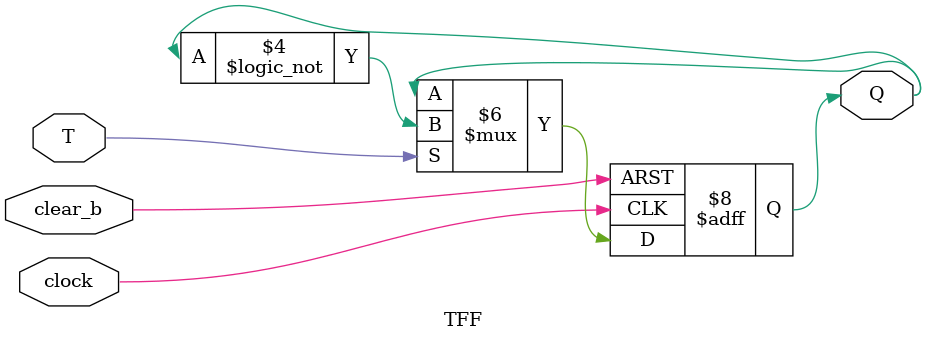
<source format=v>
module part1 (Clock, Enable, Clear_b, CounterValue);
    input Clock, Enable, Clear_b;
    output [7:0] CounterValue;
	
	wire [6:0] ea;
	assign ea[0] = Enable & CounterValue[0];
	assign ea[1] = ea[0] & CounterValue[1];
	assign ea[2] = ea[1] & CounterValue[2];
	assign ea[3] = ea[2] & CounterValue[3];
	assign ea[4] = ea[3] & CounterValue[4];
	assign ea[5] = ea[4] & CounterValue[5];
	assign ea[6] = ea[5] & CounterValue[6];

    TFF tff0(
        .T(Enable), .clock(Clock), .clear_b(Clear_b), .Q(CounterValue[0])
    );

    TFF tff1(
        .T(ea[0]), .clock(Clock), .clear_b(Clear_b), .Q(CounterValue[1])
    );

    TFF tff2(
        .T(ea[1]), .clock(Clock), .clear_b(Clear_b), .Q(CounterValue[2])
    );

    TFF tff3(
        .T(ea[2]), .clock(Clock), .clear_b(Clear_b), .Q(CounterValue[3])
    );

    TFF tff4(
        .T(ea[3]), .clock(Clock), .clear_b(Clear_b), .Q(CounterValue[4])
    );

    TFF tff5(
        .T(ea[4]), .clock(Clock), .clear_b(Clear_b), .Q(CounterValue[5])
    );

    TFF tff6(
        .T(ea[5]), .clock(Clock), .clear_b(Clear_b), .Q(CounterValue[6])
    );

    TFF tff7(
        .T(ea[6]), .clock(Clock), .clear_b(Clear_b), .Q(CounterValue[7])
    );
endmodule


module TFF (T, clock, clear_b, Q);
    input T, clock, clear_b;
    output reg Q;

    always @(posedge clock, negedge clear_b) begin
        if (clear_b == 0)
            Q <= 1'b0;
        else
            if (T == 1)
                Q <= !Q;
            else
                Q <= Q;
    end
endmodule
</source>
